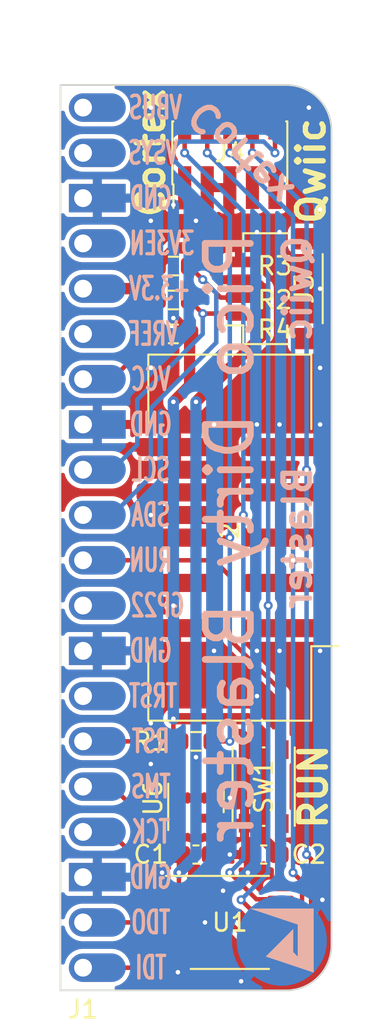
<source format=kicad_pcb>
(kicad_pcb (version 20221018) (generator pcbnew)
  (layers (0 "F.Cu" signal) (31 "B.Cu" signal) (34 "B.Paste" user) (35 "F.Paste" user) (36 "B.SilkS" user "B.Silkscreen") (37 "F.SilkS" user "F.Silkscreen") (38 "B.Mask" user) (39 "F.Mask" user) (44 "Edge.Cuts" user))
  (net 0 "")
  (net 1 "/RST")
  (net 2 "/TMS")
  (net 3 "/TCK")
  (net 4 "GND")
  (net 5 "/TDO")
  (net 6 "/TDI")
  (net 7 "/TRST")
  (net 10 "/GP22")
  (net 11 "/RUN")
  (net 12 "/SDA")
  (net 13 "/SCL")
  (net 14 "/GP28{slash}ADC2")
  (net 15 "/ADC_VREF")
  (net 16 "+3.3V")
  (net 17 "/3V3_EN")
  (net 18 "/VSYS")
  (net 19 "/VBUS")
  (net 20 "VCC")
  (net 22 "/VTCK")
  (net 23 "/VTDO")
  (net 24 "/VTMS")
  (net 25 "/VRST")
  (net 26 "/VTDI")
  (footprint "custom:Sidecar-20" (layer "F.Cu") (at 140.97 125.73 180)
    (fp_text reference "J1" (at 0 -2.33) (layer "F.SilkS"))
    (fp_text value "Conn_01x20")
    (pad "1" thru_hole oval (at 0 0 180) (size 3.2 1.6) (drill 1 (offset -0.8 0)) (layers "*.Cu" "*.Mask") (net 6 "/TDI"))
    (pad "2" thru_hole oval (at 0 2.54 180) (size 3.2 1.6) (drill 1 (offset -0.8 0)) (layers "*.Cu" "*.Mask") (net 5 "/TDO"))
    (pad "3" thru_hole rect (at 0 5.08 180) (size 3.2 1.6) (drill 1 (offset -0.8 0)) (layers "*.Cu" "*.Mask") (net 4 "GND"))
    (pad "4" thru_hole oval (at 0 7.62 180) (size 3.2 1.6) (drill 1 (offset -0.8 0)) (layers "*.Cu" "*.Mask") (net 3 "/TCK"))
    (pad "5" thru_hole oval (at 0 10.16 180) (size 3.2 1.6) (drill 1 (offset -0.8 0)) (layers "*.Cu" "*.Mask") (net 2 "/TMS"))
    (pad "6" thru_hole oval (at 0 12.7 180) (size 3.2 1.6) (drill 1 (offset -0.8 0)) (layers "*.Cu" "*.Mask") (net 1 "/RST"))
    (pad "7" thru_hole oval (at 0 15.24 180) (size 3.2 1.6) (drill 1 (offset -0.8 0)) (layers "*.Cu" "*.Mask") (net 7 "/TRST"))
    (pad "8" thru_hole rect (at 0 17.78 180) (size 3.2 1.6) (drill 1 (offset -0.8 0)) (layers "*.Cu" "*.Mask") (net 4 "GND"))
    (pad "9" thru_hole oval (at 0 20.32 180) (size 3.2 1.6) (drill 1 (offset -0.8 0)) (layers "*.Cu" "*.Mask") (net 10 "/GP22"))
    (pad "10" thru_hole oval (at 0 22.86 180) (size 3.2 1.6) (drill 1 (offset -0.8 0)) (layers "*.Cu" "*.Mask") (net 11 "/RUN"))
    (pad "11" thru_hole oval (at 0 25.4 180) (size 3.2 1.6) (drill 1 (offset -0.8 0)) (layers "*.Cu" "*.Mask") (net 12 "/SDA"))
    (pad "12" thru_hole oval (at 0 27.94 180) (size 3.2 1.6) (drill 1 (offset -0.8 0)) (layers "*.Cu" "*.Mask") (net 13 "/SCL"))
    (pad "13" thru_hole rect (at 0 30.48 180) (size 3.2 1.6) (drill 1 (offset -0.8 0)) (layers "*.Cu" "*.Mask") (net 4 "GND"))
    (pad "14" thru_hole oval (at 0 33.02 180) (size 3.2 1.6) (drill 1 (offset -0.8 0)) (layers "*.Cu" "*.Mask") (net 14 "/GP28{slash}ADC2"))
    (pad "15" thru_hole oval (at 0 35.56 180) (size 3.2 1.6) (drill 1 (offset -0.8 0)) (layers "*.Cu" "*.Mask") (net 15 "/ADC_VREF"))
    (pad "16" thru_hole oval (at 0 38.1 180) (size 3.2 1.6) (drill 1 (offset -0.8 0)) (layers "*.Cu" "*.Mask") (net 16 "+3.3V"))
    (pad "17" thru_hole oval (at 0 40.64 180) (size 3.2 1.6) (drill 1 (offset -0.8 0)) (layers "*.Cu" "*.Mask") (net 17 "/3V3_EN"))
    (pad "18" thru_hole rect (at 0 43.18 180) (size 3.2 1.6) (drill 1 (offset -0.8 0)) (layers "*.Cu" "*.Mask") (net 4 "GND"))
    (pad "19" thru_hole oval (at 0 45.72 180) (size 3.2 1.6) (drill 1 (offset -0.8 0)) (layers "*.Cu" "*.Mask") (net 18 "/VSYS"))
    (pad "20" thru_hole oval (at 0 48.26 180) (size 3.2 1.6) (drill 1 (offset -0.8 0)) (layers "*.Cu" "*.Mask") (net 19 "/VBUS"))
  )
  (footprint "Package_TO_SOT_SMD:SOT-23-6" (layer "F.Cu") (at 147.32 116.205 90)
    (fp_text reference "U6" (at 0 -2.413 270) (layer "F.SilkS"))
    (fp_text value "TS5A63157DBV")
    (fp_line (start 0 -1.56) (end -1.8 -1.56) (stroke (width 0.12)) (layer "F.SilkS"))
    (fp_line (start 0 -1.56) (end 0.8 -1.56) (stroke (width 0.12)) (layer "F.SilkS"))
    (fp_line (start 0 1.56) (end -0.8 1.56) (stroke (width 0.12)) (layer "F.SilkS"))
    (fp_line (start 0 1.56) (end 0.8 1.56) (stroke (width 0.12)) (layer "F.SilkS"))
    (pad "1" smd roundrect (at -1.1375 -0.95 90) (size 1.325 0.6) (layers "F.Cu" "F.Paste" "F.Mask"))
    (pad "2" smd roundrect (at -1.1375 0 90) (size 1.325 0.6) (layers "F.Cu" "F.Paste" "F.Mask") (net 4 "GND"))
    (pad "3" smd roundrect (at -1.1375 0.95 90) (size 1.325 0.6) (layers "F.Cu" "F.Paste" "F.Mask") (net 4 "GND"))
    (pad "4" smd roundrect (at 1.1375 0.95 90) (size 1.325 0.6) (layers "F.Cu" "F.Paste" "F.Mask") (net 25 "/VRST"))
    (pad "5" smd roundrect (at 1.1375 0 90) (size 1.325 0.6) (layers "F.Cu" "F.Paste" "F.Mask") (net 16 "+3.3V"))
    (pad "6" smd roundrect (at 1.1375 -0.95 90) (size 1.325 0.6) (layers "F.Cu" "F.Paste" "F.Mask") (net 1 "/RST"))
  )
  (footprint "Button_Switch_SMD:SW_Push_1P1T_NO_Vertical_Wuerth_434133025816" (layer "F.Cu") (at 151.13 115.57 -90)
    (fp_text reference "SW1" (at 0 0 90) (layer "F.SilkS"))
    (fp_text value "SW_Push")
    (fp_line (start -2.2 0.05) (end -2.2 -0.05) (stroke (width 0.12)) (layer "F.SilkS"))
    (fp_line (start -2.2 1.75) (end 2.2 1.75) (stroke (width 0.12)) (layer "F.SilkS"))
    (fp_line (start 2.2 -1.75) (end -2.2 -1.75) (stroke (width 0.12)) (layer "F.SilkS"))
    (fp_line (start 2.2 0.05) (end 2.2 -0.05) (stroke (width 0.12)) (layer "F.SilkS"))
    (pad "1" smd rect (at -2.075 -1.075 270) (size 1.05 0.65) (layers "F.Cu" "F.Paste" "F.Mask") (net 11 "/RUN"))
    (pad "1" smd rect (at 2.075 -1.075 270) (size 1.05 0.65) (layers "F.Cu" "F.Paste" "F.Mask") (net 11 "/RUN"))
    (pad "2" smd rect (at -2.075 1.075 270) (size 1.05 0.65) (layers "F.Cu" "F.Paste" "F.Mask") (net 4 "GND"))
    (pad "2" smd rect (at 2.05 1.075 270) (size 1.05 0.65) (layers "F.Cu" "F.Paste" "F.Mask") (net 4 "GND"))
  )
  (footprint "Resistor_SMD:R_0603_1608Metric_Pad0.98x0.95mm_HandSolder" (layer "F.Cu") (at 146.05 88.265)
    (fp_text reference "R2" (at 5.715 0) (layer "F.SilkS"))
    (fp_text value "10K")
    (fp_line (start -0.254724 -0.5225) (end 0.254724 -0.5225) (stroke (width 0.12)) (layer "F.SilkS"))
    (fp_line (start -0.254724 0.5225) (end 0.254724 0.5225) (stroke (width 0.12)) (layer "F.SilkS"))
    (pad "1" smd roundrect (at -0.9125 0) (size 0.975 0.95) (layers "F.Cu" "F.Paste" "F.Mask") (net 16 "+3.3V"))
    (pad "2" smd roundrect (at 0.9125 0) (size 0.975 0.95) (layers "F.Cu" "F.Paste" "F.Mask") (net 13 "/SCL"))
  )
  (footprint "Connector_PinHeader_1.27mm:PinHeader_2x05_P1.27mm_Vertical_SMD" (layer "F.Cu") (at 149.225 80.01 90)
    (fp_text reference "J4" (at 0 0 180) (layer "F.SilkS"))
    (fp_text value "Conn_02x05_Odd_Even")
    (fp_line (start -3.09 -3.17) (end -1.765 -3.17) (stroke (width 0.12)) (layer "F.SilkS"))
    (fp_line (start -1.765 -3.235) (end -1.765 -3.17) (stroke (width 0.12)) (layer "F.SilkS"))
    (fp_line (start -1.765 -3.235) (end 1.765 -3.235) (stroke (width 0.12)) (layer "F.SilkS"))
    (fp_line (start -1.765 3.17) (end -1.765 3.235) (stroke (width 0.12)) (layer "F.SilkS"))
    (fp_line (start -1.765 3.235) (end 1.765 3.235) (stroke (width 0.12)) (layer "F.SilkS"))
    (fp_line (start 1.765 -3.235) (end 1.765 -3.17) (stroke (width 0.12)) (layer "F.SilkS"))
    (fp_line (start 1.765 3.17) (end 1.765 3.235) (stroke (width 0.12)) (layer "F.SilkS"))
    (pad "1" smd rect (at -1.95 -2.54 90) (size 2.4 0.74) (layers "F.Cu" "F.Paste" "F.Mask") (net 20 "VCC"))
    (pad "2" smd rect (at 1.95 -2.54 90) (size 2.4 0.74) (layers "F.Cu" "F.Paste" "F.Mask") (net 24 "/VTMS"))
    (pad "3" smd rect (at -1.95 -1.27 90) (size 2.4 0.74) (layers "F.Cu" "F.Paste" "F.Mask") (net 4 "GND"))
    (pad "4" smd rect (at 1.95 -1.27 90) (size 2.4 0.74) (layers "F.Cu" "F.Paste" "F.Mask") (net 22 "/VTCK"))
    (pad "5" smd rect (at -1.95 0 90) (size 2.4 0.74) (layers "F.Cu" "F.Paste" "F.Mask") (net 4 "GND"))
    (pad "6" smd rect (at 1.95 0 90) (size 2.4 0.74) (layers "F.Cu" "F.Paste" "F.Mask") (net 23 "/VTDO"))
    (pad "7" smd rect (at -1.95 1.27 90) (size 2.4 0.74) (layers "F.Cu" "F.Paste" "F.Mask"))
    (pad "8" smd rect (at 1.95 1.27 90) (size 2.4 0.74) (layers "F.Cu" "F.Paste" "F.Mask") (net 26 "/VTDI"))
    (pad "9" smd rect (at -1.95 2.54 90) (size 2.4 0.74) (layers "F.Cu" "F.Paste" "F.Mask"))
    (pad "10" smd rect (at 1.95 2.54 90) (size 2.4 0.74) (layers "F.Cu" "F.Paste" "F.Mask") (net 25 "/VRST"))
  )
  (footprint "Resistor_SMD:R_0603_1608Metric_Pad0.98x0.95mm_HandSolder" (layer "F.Cu") (at 146.05 90.17)
    (fp_text reference "R4" (at 5.715 -0.254) (layer "F.SilkS"))
    (fp_text value "10K")
    (fp_line (start -0.254724 -0.5225) (end 0.254724 -0.5225) (stroke (width 0.12)) (layer "F.SilkS"))
    (fp_line (start -0.254724 0.5225) (end 0.254724 0.5225) (stroke (width 0.12)) (layer "F.SilkS"))
    (pad "1" smd roundrect (at -0.9125 0) (size 0.975 0.95) (layers "F.Cu" "F.Paste" "F.Mask") (net 14 "/GP28{slash}ADC2"))
    (pad "2" smd roundrect (at 0.9125 0) (size 0.975 0.95) (layers "F.Cu" "F.Paste" "F.Mask") (net 20 "VCC"))
  )
  (footprint "Resistor_SMD:R_0603_1608Metric_Pad0.98x0.95mm_HandSolder" (layer "F.Cu") (at 147.32 113.03)
    (fp_text reference "R1" (at -2.54 0) (layer "F.SilkS"))
    (fp_text value "10K")
    (fp_line (start -0.254724 -0.5225) (end 0.254724 -0.5225) (stroke (width 0.12)) (layer "F.SilkS"))
    (fp_line (start -0.254724 0.5225) (end 0.254724 0.5225) (stroke (width 0.12)) (layer "F.SilkS"))
    (pad "1" smd roundrect (at -0.9125 0) (size 0.975 0.95) (layers "F.Cu" "F.Paste" "F.Mask") (net 20 "VCC"))
    (pad "2" smd roundrect (at 0.9125 0) (size 0.975 0.95) (layers "F.Cu" "F.Paste" "F.Mask") (net 25 "/VRST"))
  )
  (footprint "Package_SO:TSSOP-14_4.4x5mm_P0.65mm" (layer "F.Cu") (at 149.225 123.19)
    (fp_text reference "U1" (at 0 0 180) (layer "F.SilkS"))
    (fp_text value "TXB0104PW")
    (fp_line (start 0 -2.61) (end -3.6 -2.61) (stroke (width 0.12)) (layer "F.SilkS"))
    (fp_line (start 0 -2.61) (end 2.2 -2.61) (stroke (width 0.12)) (layer "F.SilkS"))
    (fp_line (start 0 2.61) (end -2.2 2.61) (stroke (width 0.12)) (layer "F.SilkS"))
    (fp_line (start 0 2.61) (end 2.2 2.61) (stroke (width 0.12)) (layer "F.SilkS"))
    (pad "1" smd roundrect (at -2.8625 -1.95) (size 1.475 0.4) (layers "F.Cu" "F.Paste" "F.Mask") (net 16 "+3.3V"))
    (pad "2" smd roundrect (at -2.8625 -1.3) (size 1.475 0.4) (layers "F.Cu" "F.Paste" "F.Mask") (net 2 "/TMS"))
    (pad "3" smd roundrect (at -2.8625 -0.65) (size 1.475 0.4) (layers "F.Cu" "F.Paste" "F.Mask") (net 3 "/TCK"))
    (pad "4" smd roundrect (at -2.8625 0) (size 1.475 0.4) (layers "F.Cu" "F.Paste" "F.Mask") (net 5 "/TDO"))
    (pad "5" smd roundrect (at -2.8625 0.65) (size 1.475 0.4) (layers "F.Cu" "F.Paste" "F.Mask") (net 6 "/TDI"))
    (pad "6" smd roundrect (at -2.8625 1.3) (size 1.475 0.4) (layers "F.Cu" "F.Paste" "F.Mask"))
    (pad "7" smd roundrect (at -2.8625 1.95) (size 1.475 0.4) (layers "F.Cu" "F.Paste" "F.Mask") (net 4 "GND"))
    (pad "8" smd roundrect (at 2.8625 1.95) (size 1.475 0.4) (layers "F.Cu" "F.Paste" "F.Mask") (net 16 "+3.3V"))
    (pad "9" smd roundrect (at 2.8625 1.3) (size 1.475 0.4) (layers "F.Cu" "F.Paste" "F.Mask"))
    (pad "10" smd roundrect (at 2.8625 0.65) (size 1.475 0.4) (layers "F.Cu" "F.Paste" "F.Mask") (net 26 "/VTDI"))
    (pad "11" smd roundrect (at 2.8625 0) (size 1.475 0.4) (layers "F.Cu" "F.Paste" "F.Mask") (net 23 "/VTDO"))
    (pad "12" smd roundrect (at 2.8625 -0.65) (size 1.475 0.4) (layers "F.Cu" "F.Paste" "F.Mask") (net 22 "/VTCK"))
    (pad "13" smd roundrect (at 2.8625 -1.3) (size 1.475 0.4) (layers "F.Cu" "F.Paste" "F.Mask") (net 24 "/VTMS"))
    (pad "14" smd roundrect (at 2.8625 -1.95) (size 1.475 0.4) (layers "F.Cu" "F.Paste" "F.Mask") (net 20 "VCC"))
  )
  (footprint "Connector_JST:JST_SH_SM04B-SRSS-TB_1x04-1MP_P1.00mm_Horizontal" (layer "F.Cu") (at 151.765 87.63 90)
    (fp_text reference "J3" (at 0 1.651 90) (layer "F.SilkS"))
    (fp_text value "Conn_01x04")
    (fp_line (start -3.11 -1.785) (end -2.06 -1.785) (stroke (width 0.12)) (layer "F.SilkS"))
    (fp_line (start -3.11 0.715) (end -3.11 -1.785) (stroke (width 0.12)) (layer "F.SilkS"))
    (fp_line (start -2.06 -1.785) (end -2.06 -2.775) (stroke (width 0.12)) (layer "F.SilkS"))
    (fp_line (start -1.94 2.685) (end 1.94 2.685) (stroke (width 0.12)) (layer "F.SilkS"))
    (fp_line (start 3.11 -1.785) (end 2.06 -1.785) (stroke (width 0.12)) (layer "F.SilkS"))
    (fp_line (start 3.11 0.715) (end 3.11 -1.785) (stroke (width 0.12)) (layer "F.SilkS"))
    (pad "1" smd roundrect (at -1.5 -2 90) (size 0.6 1.55) (layers "F.Cu" "F.Paste" "F.Mask") (net 13 "/SCL"))
    (pad "2" smd roundrect (at -0.5 -2 90) (size 0.6 1.55) (layers "F.Cu" "F.Paste" "F.Mask") (net 12 "/SDA"))
    (pad "3" smd roundrect (at 0.5 -2 90) (size 0.6 1.55) (layers "F.Cu" "F.Paste" "F.Mask") (net 16 "+3.3V"))
    (pad "4" smd roundrect (at 1.5 -2 90) (size 0.6 1.55) (layers "F.Cu" "F.Paste" "F.Mask") (net 4 "GND"))
    (pad "MP" smd roundrect (at -2.8 1.875 90) (size 1.2 1.8) (layers "F.Cu" "F.Paste" "F.Mask") (roundrect_rratio 0.208333))
    (pad "MP" smd roundrect (at 2.8 1.875 90) (size 1.2 1.8) (layers "F.Cu" "F.Paste" "F.Mask") (roundrect_rratio 0.208333))
  )
  (footprint "Resistor_SMD:R_0603_1608Metric_Pad0.98x0.95mm_HandSolder" (layer "F.Cu") (at 146.05 86.36)
    (fp_text reference "R3" (at 5.715 0) (layer "F.SilkS"))
    (fp_text value "10K")
    (fp_line (start -0.254724 -0.5225) (end 0.254724 -0.5225) (stroke (width 0.12)) (layer "F.SilkS"))
    (fp_line (start -0.254724 0.5225) (end 0.254724 0.5225) (stroke (width 0.12)) (layer "F.SilkS"))
    (pad "1" smd roundrect (at -0.9125 0) (size 0.975 0.95) (layers "F.Cu" "F.Paste" "F.Mask") (net 16 "+3.3V"))
    (pad "2" smd roundrect (at 0.9125 0) (size 0.975 0.95) (layers "F.Cu" "F.Paste" "F.Mask") (net 12 "/SDA"))
  )
  (footprint "Capacitor_SMD:C_0603_1608Metric_Pad1.08x0.95mm_HandSolder" (layer "F.Cu") (at 147.32 119.38)
    (fp_text reference "C1" (at -2.54 0) (layer "F.SilkS"))
    (fp_text value "0.1uF")
    (fp_line (start -0.146267 -0.51) (end 0.146267 -0.51) (stroke (width 0.12)) (layer "F.SilkS"))
    (fp_line (start -0.146267 0.51) (end 0.146267 0.51) (stroke (width 0.12)) (layer "F.SilkS"))
    (pad "1" smd roundrect (at -0.8625 0) (size 1.075 0.95) (layers "F.Cu" "F.Paste" "F.Mask") (net 16 "+3.3V"))
    (pad "2" smd roundrect (at 0.8625 0) (size 1.075 0.95) (layers "F.Cu" "F.Paste" "F.Mask") (net 4 "GND"))
  )
  (footprint "custom:BHR-10-VSG-SMT_2x05_P2.54mm_Vertical_SMD" (layer "F.Cu") (at 149.225 101.6 180)
    (fp_text reference "J2" (at 0 0 90) (layer "F.SilkS"))
    (fp_text value "Conn_02x05_Odd_Even")
    (fp_line (start -4.585 -10.27) (end 4.585 -10.27) (stroke (width 0.12)) (layer "F.SilkS"))
    (fp_line (start -4.585 -6.09) (end -6.085 -6.09) (stroke (width 0.12)) (layer "F.SilkS"))
    (fp_line (start -4.585 -6.09) (end -4.585 -10.27) (stroke (width 0.12)) (layer "F.SilkS"))
    (fp_line (start -4.585 6.09) (end -4.585 10.27) (stroke (width 0.12)) (layer "F.SilkS"))
    (fp_line (start -4.585 10.27) (end 4.585 10.27) (stroke (width 0.12)) (layer "F.SilkS"))
    (fp_line (start 4.585 -10.27) (end 4.585 -6.09) (stroke (width 0.12)) (layer "F.SilkS"))
    (fp_line (start 4.585 10.27) (end 4.585 6.09) (stroke (width 0.12)) (layer "F.SilkS"))
    (pad "1" smd roundrect (at -3 -5.08 180) (size 4.5 1.02) (layers "F.Cu" "F.Paste" "F.Mask") (net 22 "/VTCK"))
    (pad "2" smd roundrect (at 3 -5.08 180) (size 4.5 1.02) (layers "F.Cu" "F.Paste" "F.Mask") (net 4 "GND"))
    (pad "3" smd roundrect (at -3 -2.54 180) (size 4.5 1.02) (layers "F.Cu" "F.Paste" "F.Mask") (net 23 "/VTDO"))
    (pad "4" smd roundrect (at 3 -2.54 180) (size 4.5 1.02) (layers "F.Cu" "F.Paste" "F.Mask") (net 20 "VCC"))
    (pad "5" smd roundrect (at -3 0 180) (size 4.5 1.02) (layers "F.Cu" "F.Paste" "F.Mask") (net 24 "/VTMS"))
    (pad "6" smd roundrect (at 3 0 180) (size 4.5 1.02) (layers "F.Cu" "F.Paste" "F.Mask") (net 25 "/VRST"))
    (pad "7" smd roundrect (at -3 2.54 180) (size 4.5 1.02) (layers "F.Cu" "F.Paste" "F.Mask"))
    (pad "8" smd roundrect (at 3 2.54 180) (size 4.5 1.02) (layers "F.Cu" "F.Paste" "F.Mask"))
    (pad "9" smd roundrect (at -3 5.08 180) (size 4.5 1.02) (layers "F.Cu" "F.Paste" "F.Mask") (net 26 "/VTDI"))
    (pad "10" smd roundrect (at 3 5.08 180) (size 4.5 1.02) (layers "F.Cu" "F.Paste" "F.Mask") (net 4 "GND"))
  )
  (footprint "Capacitor_SMD:C_0603_1608Metric_Pad1.08x0.95mm_HandSolder" (layer "F.Cu") (at 151.13 119.38 180)
    (fp_text reference "C2" (at -2.54 0) (layer "F.SilkS"))
    (fp_text value "0.1uF")
    (fp_line (start -0.146267 -0.51) (end 0.146267 -0.51) (stroke (width 0.12)) (layer "F.SilkS"))
    (fp_line (start -0.146267 0.51) (end 0.146267 0.51) (stroke (width 0.12)) (layer "F.SilkS"))
    (pad "1" smd roundrect (at -0.8625 0 180) (size 1.075 0.95) (layers "F.Cu" "F.Paste" "F.Mask") (net 20 "VCC"))
    (pad "2" smd roundrect (at 0.8625 0 180) (size 1.075 0.95) (layers "F.Cu" "F.Paste" "F.Mask") (net 4 "GND"))
  )
  (footprint "custom:gs_logo_200mil" (layer "B.Cu") (at 152.146 124.206 -135)
    (fp_text reference "GS1" hide)
    (fp_text value "GS_logo")
    (fp_poly (pts (xy -1.27 0) (xy 0 -1.27) (xy 0 -0.9144) (xy -0.9144 0) (xy 1.27 0) (xy 0 -2.54) (xy -2.54 0) (xy 0 2.54)) (stroke (width 0.00254)) (fill solid) (layer "B.SilkS"))
    (pad "1" smd custom (at 0 0 225) (size 5.08 5.08) (layers "B.Cu") (net 4 "GND") (options (clearance outline) (anchor circle)) (primitives))
  )
  (gr_line (start 152.4 76.2) (end 139.7 76.2) (stroke (width 0.1)) (layer "Edge.Cuts"))
  (gr_line (start 139.7 127) (end 152.4 127) (stroke (width 0.1)) (layer "Edge.Cuts"))
  (gr_arc (start 154.94 124.46) (mid 154.196051 126.256051) (end 152.4 127) (stroke (width 0.1)) (layer "Edge.Cuts"))
  (gr_line (start 154.94 78.74) (end 154.94 124.46) (stroke (width 0.1)) (layer "Edge.Cuts"))
  (gr_line (start 139.7 76.2) (end 139.7 127) (stroke (width 0.1)) (layer "Edge.Cuts"))
  (gr_arc (start 152.4 76.2) (mid 154.196051 76.943949) (end 154.94 78.74) (stroke (width 0.1)) (layer "Edge.Cuts"))
  (gr_text "GND" (at 144.78 82.55) (layer "B.SilkS") (effects (font (size 1.27 0.762) (thickness 0.1905) bold) (justify mirror)))
  (gr_text "GP22" (at 145.161 105.41) (layer "B.SilkS") (effects (font (size 1.27 0.762) (thickness 0.1905) bold) (justify mirror)))
  (gr_text "VSYS" (at 144.907 80.01) (layer "B.SilkS") (effects (font (size 1.27 0.762) (thickness 0.1905) bold) (justify mirror)))
  (gr_text "GND" (at 144.78 120.65) (layer "B.SilkS") (effects (font (size 1.27 0.762) (thickness 0.1905) bold) (justify mirror)))
  (gr_text "3V3EN" (at 145.415 85.09) (layer "B.SilkS") (effects (font (size 1.27 0.762) (thickness 0.1905) bold) (justify mirror)))
  (gr_text "TMS" (at 144.78 115.57) (layer "B.SilkS") (effects (font (size 1.27 0.762) (thickness 0.1905) bold) (justify mirror)))
  (gr_text "Pico Dirty Blaster" (at 149.225 101.6 90) (layer "B.SilkS") (effects (font (size 2.54 2.54) (thickness 0.381)) (justify mirror)))
  (gr_text "VREF" (at 144.907 90.17) (layer "B.SilkS") (effects (font (size 1.27 0.762) (thickness 0.1905) bold) (justify mirror)))
  (gr_text "TDI" (at 144.78 125.73) (layer "B.SilkS") (effects (font (size 1.27 0.762) (thickness 0.1905) bold) (justify mirror)))
  (gr_text "GND" (at 144.78 107.95) (layer "B.SilkS") (effects (font (size 1.27 0.762) (thickness 0.1905) bold) (justify mirror)))
  (gr_text "SDA" (at 144.78 100.33) (layer "B.SilkS") (effects (font (size 1.27 0.762) (thickness 0.1905) bold) (justify mirror)))
  (gr_text "TRST" (at 144.907 110.49) (layer "B.SilkS") (effects (font (size 1.27 0.762) (thickness 0.1905) bold) (justify mirror)))
  (gr_text "VCC" (at 144.78 92.71) (layer "B.SilkS") (effects (font (size 1.27 0.762) (thickness 0.1905) bold) (justify mirror)))
  (gr_text "VBUS" (at 145.034 77.47) (layer "B.SilkS") (effects (font (size 1.27 0.762) (thickness 0.1905) bold) (justify mirror)))
  (gr_text "+3.3V" (at 145.288 87.63) (layer "B.SilkS") (effects (font (size 1.27 0.762) (thickness 0.1905) bold) (justify mirror)))
  (gr_text "TDO" (at 144.78 123.19) (layer "B.SilkS") (effects (font (size 1.27 0.762) (thickness 0.1905) bold) (justify mirror)))
  (gr_text "Cortex" (at 149.86 80.01 135) (layer "B.SilkS") (effects (font (size 1.5 1.5) (thickness 0.3) bold) (justify mirror)))
  (gr_text "Qwiic" (at 153.035 87.63 90) (layer "B.SilkS") (effects (font (size 1.5 1.5) (thickness 0.3) bold) (justify mirror)))
  (gr_text "Blaster" (at 153.035 101.6 90) (layer "B.SilkS") (effects (font (size 1.5 1.5) (thickness 0.3) bold) (justify mirror)))
  (gr_text "RUN" (at 144.78 102.87) (layer "B.SilkS") (effects (font (size 1.27 0.762) (thickness 0.1905) bold) (justify mirror)))
  (gr_text "GND" (at 144.78 95.25) (layer "B.SilkS") (effects (font (size 1.27 0.762) (thickness 0.1905) bold) (justify mirror)))
  (gr_text "SCL" (at 144.78 97.79) (layer "B.SilkS") (effects (font (size 1.27 0.762) (thickness 0.1905) bold) (justify mirror)))
  (gr_text "RST" (at 144.78 113.03) (layer "B.SilkS") (effects (font (size 1.27 0.762) (thickness 0.1905) bold) (justify mirror)))
  (gr_text "TCK" (at 144.78 118.11) (layer "B.SilkS") (effects (font (size 1.27 0.762) (thickness 0.1905) bold) (justify mirror)))
  (gr_text "RUN" (at 153.924 115.57 90) (layer "F.SilkS") (effects (font (size 1.5 1.5) (thickness 0.3) bold)))
  (gr_text "Cortex" (at 144.78 80.01 90) (layer "F.SilkS") (effects (font (size 1.5 1.5) (thickness 0.3) bold)))
  (gr_text "Qwiic" (at 153.797 81.026 90) (layer "F.SilkS") (effects (font (size 1.5 1.5) (thickness 0.3) bold)))
  (segment (start 144.653 113.03) (end 146.37 114.747) (width 0.25) (layer "F.Cu") (net 1))
  (segment (start 140.97 113.03) (end 144.653 113.03) (width 0.25) (layer "F.Cu") (net 1))
  (segment (start 146.37 114.747) (end 146.37 115.0675) (width 0.25) (layer "F.Cu") (net 1))
  (segment (start 144.78 117.729) (end 142.621 115.57) (width 0.254) (layer "F.Cu") (net 2))
  (segment (start 144.78 121.2215) (end 144.78 117.729) (width 0.254) (layer "F.Cu") (net 2))
  (segment (start 142.621 115.57) (end 140.97 115.57) (width 0.254) (layer "F.Cu") (net 2))
  (segment (start 146.3625 121.89) (end 145.4485 121.89) (width 0.254) (layer "F.Cu") (net 2))
  (segment (start 145.4485 121.89) (end 144.78 121.2215) (width 0.254) (layer "F.Cu") (net 2))
  (segment (start 146.3625 122.54) (end 145.273 122.54) (width 0.254) (layer "F.Cu") (net 3))
  (segment (start 144.145 121.412) (end 144.145 119.761) (width 0.254) (layer "F.Cu") (net 3))
  (segment (start 145.273 122.54) (end 144.145 121.412) (width 0.254) (layer "F.Cu") (net 3))
  (segment (start 142.494 118.11) (end 140.97 118.11) (width 0.254) (layer "F.Cu") (net 3))
  (segment (start 144.145 119.761) (end 142.494 118.11) (width 0.254) (layer "F.Cu") (net 3))
  (segment (start 146.05 107.95) (end 146.225 107.775) (width 0.25) (layer "F.Cu") (net 4))
  (segment (start 142.494 95.25) (end 146.05 95.25) (width 0.25) (layer "F.Cu") (net 4))
  (segment (start 146.225 107.775) (end 146.225 106.68) (width 0.25) (layer "F.Cu") (net 4))
  (segment (start 150.055 119.1675) (end 150.2675 119.38) (width 0.25) (layer "F.Cu") (net 4))
  (segment (start 147.32 117.3425) (end 148.27 117.3425) (width 0.25) (layer "F.Cu") (net 4))
  (segment (start 149.225 119.38) (end 150.2675 119.38) (width 0.254) (layer "F.Cu") (net 4))
  (segment (start 146.05 95.25) (end 146.225 95.425) (width 0.25) (layer "F.Cu") (net 4))
  (segment (start 146.225 95.425) (end 146.225 96.52) (width 0.25) (layer "F.Cu") (net 4))
  (segment (start 140.97 95.25) (end 142.494 95.25) (width 0.25) (layer "F.Cu") (net 4))
  (segment (start 149.225 119.38) (end 148.1825 119.38) (width 0.254) (layer "F.Cu") (net 4))
  (segment (start 148.27 117.3425) (end 148.27 119.2925) (width 0.25) (layer "F.Cu") (net 4))
  (segment (start 150.055 117.62) (end 150.055 119.1675) (width 0.25) (layer "F.Cu") (net 4))
  (segment (start 148.27 119.2925) (end 148.1825 119.38) (width 0.25) (layer "F.Cu") (net 4))
  (segment (start 142.494 95.25) (end 144.399 95.25) (width 0.25) (layer "F.Cu") (net 4))
  (segment (start 145.034 125.349) (end 145.243 125.14) (width 0.25) (layer "F.Cu") (net 4))
  (segment (start 145.243 125.14) (end 146.3625 125.14) (width 0.25) (layer "F.Cu") (net 4))
  (segment (start 147.955 81.96) (end 149.225 81.96) (width 0.25) (layer "F.Cu") (net 4))
  (segment (start 150.055 113.495) (end 150.055 117.62) (width 0.25) (layer "F.Cu") (net 4))
  (segment (start 140.97 107.95) (end 146.05 107.95) (width 0.25) (layer "F.Cu") (net 4))
  (via (at 150.749 84.455) (size 0.508) (drill 0.254) (layers "F.Cu" "B.Cu") (net 4))
  (via (at 144.78 112.014) (size 0.508) (drill 0.254) (layers "F.Cu" "B.Cu") (net 4))
  (via (at 146.304 125.984) (size 0.508) (drill 0.254) (layers "F.Cu" "B.Cu") (net 4))
  (via (at 152.019 107.95) (size 0.508) (drill 0.254) (layers "F.Cu" "B.Cu") (net 4))
  (via (at 154.305 107.95) (size 0.508) (drill 0.254) (layers "F.Cu" "B.Cu") (net 4))
  (via (at 145.415 120.396) (size 0.508) (drill 0.254) (layers "F.Cu" "B.Cu") (net 4))
  (via (at 152.019 95.25) (size 0.508) (drill 0.254) (layers "F.Cu" "B.Cu") (net 4))
  (via (at 144.78 92.075) (size 0.508) (drill 0.254) (layers "F.Cu" "B.Cu") (net 4))
  (via (at 148.844 121.412) (size 0.508) (drill 0.254) (layers "F.Cu" "B.Cu") (net 4))
  (via (at 150.749 107.95) (size 0.508) (drill 0.254) (layers "F.Cu" "B.Cu") (net 4))
  (via (at 150.749 95.25) (size 0.508) (drill 0.254) (layers "F.Cu" "B.Cu") (net 4))
  (via (at 154.432 121.92) (size 0.508) (drill 0.254) (layers "F.Cu" "B.Cu") (net 4))
  (via (at 147.32 83.82) (size 0.508) (drill 0.254) (layers "F.Cu" "B.Cu") (net 4))
  (via (at 154.305 83.185) (size 0.508) (drill 0.254) (layers "F.Cu" "B.Cu") (net 4))
  (via (at 148.336 107.95) (size 0.508) (drill 0.254) (layers "F.Cu" "B.Cu") (net 4))
  (via (at 144.78 100.33) (size 0.508) (drill 0.254) (layers "F.Cu" "B.Cu") (net 4))
  (via (at 144.78 83.82) (size 0.508) (drill 0.254) (layers "F.Cu" "B.Cu") (net 4))
  (via (at 144.78 114.3) (size 0.508) (drill 0.254) (layers "F.Cu" "B.Cu") (net 4))
  (via (at 150.241 120.396) (size 0.508) (drill 0.254) (layers "F.Cu" "B.Cu") (net 4))
  (via (at 148.336 95.25) (size 0.508) (drill 0.254) (layers "F.Cu" "B.Cu") (net 4))
  (via (at 153.67 77.47) (size 0.508) (drill 0.254) (layers "F.Cu" "B.Cu") (net 4))
  (via (at 149.225 119.38) (size 0.508) (drill 0.254) (layers "F.Cu" "B.Cu") (net 4))
  (via (at 149.86 126.492) (size 0.508) (drill 0.254) (layers "F.Cu" "B.Cu") (net 4))
  (via (at 149.225 116.205) (size 0.508) (drill 0.254) (layers "F.Cu" "B.Cu") (net 4))
  (via (at 154.305 95.25) (size 0.508) (drill 0.254) (layers "F.Cu" "B.Cu") (net 4))
  (via (at 144.78 77.47) (size 0.508) (drill 0.254) (layers "F.Cu" "B.Cu") (net 4))
  (via (at 154.305 87.63) (size 0.508) (drill 0.254) (layers "F.Cu" "B.Cu") (net 4))
  (via (at 150.749 110.49) (size 0.508) (drill 0.254) (layers "F.Cu" "B.Cu") (net 4))
  (via (at 154.305 92.075) (size 0.508) (drill 0.254) (layers "F.Cu" "B.Cu") (net 4))
  (via (at 152.019 84.455) (size 0.508) (drill 0.254) (layers "F.Cu" "B.Cu") (net 4))
  (via (at 147.828 123.19) (size 0.508) (drill 0.254) (layers "F.Cu" "B.Cu") (net 4))
  (segment (start 147.066 121.539) (end 149.225 119.38) (width 0.25) (layer "B.Cu") (net 4))
  (segment (start 145.288 121.539) (end 147.066 121.539) (width 0.25) (layer "B.Cu") (net 4))
  (segment (start 152.146 124.206) (end 149.86 126.492) (width 0.635) (layer "B.Cu") (net 4))
  (segment (start 154.432 121.92) (end 152.146 124.206) (width 0.635) (layer "B.Cu") (net 4))
  (segment (start 149.86 126.492) (end 148.336 126.492) (width 0.635) (layer "B.Cu") (net 4))
  (segment (start 144.399 120.65) (end 140.97 120.65) (width 0.25) (layer "B.Cu") (net 4))
  (segment (start 154.432 121.92) (end 154.432 120.523) (width 0.635) (layer "B.Cu") (net 4))
  (segment (start 145.288 121.539) (end 144.399 120.65) (width 0.25) (layer "B.Cu") (net 4))
  (segment (start 146.3625 123.19) (end 141.859 123.19) (width 0.254) (layer "F.Cu") (net 5))
  (segment (start 143.637 125.73) (end 145.527 123.84) (width 0.254) (layer "F.Cu") (net 6))
  (segment (start 145.527 123.84) (end 146.3625 123.84) (width 0.254) (layer "F.Cu") (net 6))
  (segment (start 143.637 125.73) (end 140.97 125.73) (width 0.254) (layer "F.Cu") (net 6))
  (segment (start 149.225 107.315) (end 152.205 110.295) (width 0.25) (layer "F.Cu") (net 11))
  (segment (start 152.205 110.295) (end 152.205 113.495) (width 0.25) (layer "F.Cu") (net 11))
  (segment (start 149.225 103.759) (end 149.225 107.315) (width 0.25) (layer "F.Cu") (net 11))
  (segment (start 140.97 102.87) (end 148.336 102.87) (width 0.25) (layer "F.Cu") (net 11))
  (segment (start 148.336 102.87) (end 149.225 103.759) (width 0.25) (layer "F.Cu") (net 11))
  (segment (start 152.205 113.495) (end 152.205 117.645) (width 0.25) (layer "F.Cu") (net 11))
  (segment (start 147.701 87.122) (end 148.709 88.13) (width 0.254) (layer "F.Cu") (net 12))
  (segment (start 146.9625 86.36) (end 146.9625 86.3835) (width 0.254) (layer "F.Cu") (net 12))
  (segment (start 146.9625 86.3835) (end 147.701 87.122) (width 0.254) (layer "F.Cu") (net 12))
  (segment (start 148.709 88.13) (end 149.765 88.13) (width 0.254) (layer "F.Cu") (net 12))
  (via (at 147.701 87.122) (size 0.508) (drill 0.254) (layers "F.Cu" "B.Cu") (net 12))
  (segment (start 148.463 90.655539) (end 144.78 94.338539) (width 0.254) (layer "B.Cu") (net 12))
  (segment (start 140.97 100.33) (end 142.621 100.33) (width 0.25) (layer "B.Cu") (net 12))
  (segment (start 148.463 87.884) (end 148.463 90.655539) (width 0.254) (layer "B.Cu") (net 12))
  (segment (start 144.78 98.171) (end 144.78 94.615) (width 0.25) (layer "B.Cu") (net 12))
  (segment (start 142.621 100.33) (end 144.78 98.171) (width 0.25) (layer "B.Cu") (net 12))
  (segment (start 144.78 94.338539) (end 144.78 94.615) (width 0.254) (layer "B.Cu") (net 12))
  (segment (start 147.701 87.122) (end 148.463 87.884) (width 0.254) (layer "B.Cu") (net 12))
  (segment (start 146.9625 88.265) (end 146.9625 88.2885) (width 0.254) (layer "F.Cu") (net 13))
  (segment (start 146.9625 88.2885) (end 147.701 89.027) (width 0.254) (layer "F.Cu") (net 13))
  (segment (start 149.662 89.027) (end 149.765 89.13) (width 0.254) (layer "F.Cu") (net 13))
  (segment (start 147.701 89.027) (end 149.662 89.027) (width 0.254) (layer "F.Cu") (net 13))
  (via (at 147.701 89.027) (size 0.508) (drill 0.254) (layers "F.Cu" "B.Cu") (net 13))
  (segment (start 147.701 90.17) (end 147.701 89.027) (width 0.25) (layer "B.Cu") (net 13))
  (segment (start 144.018 96.393) (end 144.018 93.853) (width 0.25) (layer "B.Cu") (net 13))
  (segment (start 140.97 97.79) (end 142.621 97.79) (width 0.25) (layer "B.Cu") (net 13))
  (segment (start 144.018 93.853) (end 147.701 90.17) (width 0.25) (layer "B.Cu") (net 13))
  (segment (start 142.621 97.79) (end 144.018 96.393) (width 0.25) (layer "B.Cu") (net 13))
  (segment (start 140.97 92.71) (end 142.5975 92.71) (width 0.254) (layer "F.Cu") (net 14))
  (segment (start 142.5975 92.71) (end 145.1375 90.17) (width 0.254) (layer "F.Cu") (net 14))
  (segment (start 151.175 125.14) (end 147.275 121.24) (width 0.254) (layer "F.Cu") (net 16))
  (segment (start 144.5025 87.63) (end 145.1375 88.265) (width 0.635) (layer "F.Cu") (net 16))
  (segment (start 151.13 90.17) (end 151.13 87.63) (width 0.635) (layer "F.Cu") (net 16))
  (segment (start 152.0875 125.14) (end 151.175 125.14) (width 0.254) (layer "F.Cu") (net 16))
  (segment (start 147.574 85.344) (end 146.1535 85.344) (width 0.635) (layer "F.Cu") (net 16))
  (segment (start 146.3625 119.475) (end 146.4575 119.38) (width 0.254) (layer "F.Cu") (net 16))
  (segment (start 146.3625 121.24) (end 146.3625 120.396) (width 0.254) (layer "F.Cu") (net 16))
  (segment (start 151.13 87.63) (end 150.63 87.13) (width 0.508) (layer "F.Cu") (net 16))
  (segment (start 146.1535 85.344) (end 145.1375 86.36) (width 0.635) (layer "F.Cu") (net 16))
  (segment (start 140.97 87.63) (end 143.8675 87.63) (width 0.635) (layer "F.Cu") (net 16))
  (segment (start 150.63 87.13) (end 149.765 87.13) (width 0.508) (layer "F.Cu") (net 16))
  (segment (start 147.32 93.98) (end 151.13 90.17) (width 0.635) (layer "F.Cu") (net 16))
  (segment (start 140.97 87.63) (end 144.5025 87.63) (width 0.635) (layer "F.Cu") (net 16))
  (segment (start 148.725 87.13) (end 148.336 86.741) (width 0.508) (layer "F.Cu") (net 16))
  (segment (start 147.275 121.24) (end 146.3625 121.24) (width 0.254) (layer "F.Cu") (net 16))
  (segment (start 149.765 87.13) (end 148.725 87.13) (width 0.508) (layer "F.Cu") (net 16))
  (segment (start 147.32 113.919) (end 147.32 115.0675) (width 0.25) (layer "F.Cu") (net 16))
  (segment (start 146.3625 120.396) (end 146.3625 119.475) (width 0.254) (layer "F.Cu") (net 16))
  (segment (start 148.336 86.106) (end 147.574 85.344) (width 0.635) (layer "F.Cu") (net 16))
  (segment (start 148.336 86.741) (end 148.336 86.106) (width 0.508) (layer "F.Cu") (net 16))
  (segment (start 143.8675 87.63) (end 145.1375 86.36) (width 0.635) (layer "F.Cu") (net 16))
  (via (at 147.32 93.98) (size 0.508) (drill 0.254) (layers "F.Cu" "B.Cu") (net 16))
  (via (at 147.32 113.919) (size 0.508) (drill 0.254) (layers "F.Cu" "B.Cu") (net 16))
  (via (at 146.3625 120.396) (size 0.508) (drill 0.254) (layers "F.Cu" "B.Cu") (net 16))
  (segment (start 147.32 93.98) (end 147.32 113.919) (width 0.635) (layer "B.Cu") (net 16))
  (segment (start 147.32 113.919) (end 147.32 119.4385) (width 0.635) (layer "B.Cu") (net 16))
  (segment (start 147.32 119.4385) (end 146.3625 120.396) (width 0.635) (layer "B.Cu") (net 16))
  (segment (start 150.241 111.76) (end 146.05 111.76) (width 0.635) (layer "F.Cu") (net 20))
  (segment (start 151.13 118.5175) (end 151.13 112.649) (width 0.635) (layer "F.Cu") (net 20))
  (segment (start 146.9625 90.17) (end 146.939 90.17) (width 0.635) (layer "F.Cu") (net 20))
  (segment (start 151.9925 119.38) (end 151.13 118.5175) (width 0.635) (layer "F.Cu") (net 20))
  (segment (start 146.05 82.931) (end 146.685 82.931) (width 0.508) (layer "F.Cu") (net 20))
  (segment (start 152.0875 121.24) (end 152.0875 119.475) (width 0.254) (layer "F.Cu") (net 20))
  (segment (start 146.05 105.41) (end 146.05 104.315) (width 0.25) (layer "F.Cu") (net 20))
  (segment (start 146.685 82.931) (end 146.685 81.96) (width 0.508) (layer "F.Cu") (net 20))
  (segment (start 146.05 112.6725) (end 146.4075 113.03) (width 0.254) (layer "F.Cu") (net 20))
  (segment (start 146.05 111.76) (end 146.05 112.6725) (width 0.254) (layer "F.Cu") (net 20))
  (segment (start 151.13 112.649) (end 150.241 111.76) (width 0.635) (layer "F.Cu") (net 20))
  (segment (start 146.939 90.17) (end 146.05 89.281) (width 0.635) (layer "F.Cu") (net 20))
  (segment (start 146.05 104.315) (end 146.225 104.14) (width 0.25) (layer "F.Cu") (net 20))
  (segment (start 146.05 93.98) (end 146.9625 93.0675) (width 0.635) (layer "F.Cu") (net 20))
  (segment (start 152.0875 119.475) (end 151.9925 119.38) (width 0.254) (layer "F.Cu") (net 20))
  (segment (start 146.9625 93.0675) (end 146.9625 90.17) (width 0.635) (layer "F.Cu") (net 20))
  (via (at 146.05 82.931) (size 0.508) (drill 0.254) (layers "F.Cu" "B.Cu") (net 20))
  (via (at 146.05 93.98) (size 0.508) (drill 0.254) (layers "F.Cu" "B.Cu") (net 20))
  (via (at 146.05 111.76) (size 0.508) (drill 0.254) (layers "F.Cu" "B.Cu") (net 20))
  (via (at 146.05 105.41) (size 0.508) (drill 0.254) (layers "F.Cu" "B.Cu") (net 20))
  (via (at 146.05 89.281) (size 0.508) (drill 0.254) (layers "F.Cu" "B.Cu") (net 20))
  (segment (start 146.05 111.76) (end 146.05 105.41) (width 0.635) (layer "B.Cu") (net 20))
  (segment (start 146.05 93.98) (end 146.05 105.41) (width 0.635) (layer "B.Cu") (net 20))
  (segment (start 146.05 82.931) (end 146.05 89.281) (width 0.635) (layer "B.Cu") (net 20))
  (segment (start 150.48 122.54) (end 152.0875 122.54) (width 0.25) (layer "F.Cu") (net 22))
  (segment (start 151.384 105.41) (end 151.384 106.68) (width 0.25) (layer "F.Cu") (net 22))
  (segment (start 147.955 78.06) (end 147.955 80.01) (width 0.25) (layer "F.Cu") (net 22))
  (segment (start 151.384 106.68) (end 152.225 106.68) (width 0.25) (layer "F.Cu") (net 22))
  (segment (start 149.86 121.92) (end 150.48 122.54) (width 0.25) (layer "F.Cu") (net 22))
  (via (at 151.384 105.41) (size 0.508) (drill 0.254) (layers "F.Cu" "B.Cu") (net 22))
  (via (at 147.955 80.01) (size 0.508) (drill 0.254) (layers "F.Cu" "B.Cu") (net 22))
  (via (at 149.86 121.92) (size 0.508) (drill 0.254) (layers "F.Cu" "B.Cu") (net 22))
  (segment (start 151.384 120.396) (end 149.86 121.92) (width 0.25) (layer "B.Cu") (net 22))
  (segment (start 151.384 105.41) (end 151.384 83.439) (width 0.25) (layer "B.Cu") (net 22))
  (segment (start 151.384 83.439) (end 147.955 80.01) (width 0.25) (layer "B.Cu") (net 22))
  (segment (start 151.384 105.41) (end 151.384 120.396) (width 0.25) (layer "B.Cu") (net 22))
  (segment (start 153.289 122.936) (end 153.035 123.19) (width 0.25) (layer "F.Cu") (net 23))
  (segment (start 149.225 78.06) (end 149.225 80.01) (width 0.25) (layer "F.Cu") (net 23))
  (segment (start 152.781 120.396) (end 153.289 120.904) (width 0.25) (layer "F.Cu") (net 23))
  (segment (start 153.035 123.19) (end 152.0875 123.19) (width 0.25) (layer "F.Cu") (net 23))
  (segment (start 152.781 102.87) (end 152.781 104.14) (width 0.25) (layer "F.Cu") (net 23))
  (segment (start 153.289 120.904) (end 153.289 122.936) (width 0.25) (layer "F.Cu") (net 23))
  (segment (start 152.781 104.14) (end 152.225 104.14) (width 0.25) (layer "F.Cu") (net 23))
  (via (at 149.225 80.01) (size 0.508) (drill 0.254) (layers "F.Cu" "B.Cu") (net 23))
  (via (at 152.781 120.396) (size 0.508) (drill 0.254) (layers "F.Cu" "B.Cu") (net 23))
  (via (at 152.781 102.87) (size 0.508) (drill 0.254) (layers "F.Cu" "B.Cu") (net 23))
  (segment (start 152.781 83.566) (end 149.225 80.01) (width 0.25) (layer "B.Cu") (net 23))
  (segment (start 152.781 102.87) (end 152.781 83.566) (width 0.25) (layer "B.Cu") (net 23))
  (segment (start 152.781 102.87) (end 152.781 120.396) (width 0.25) (layer "B.Cu") (net 23))
  (segment (start 146.685 78.06) (end 146.685 80.01) (width 0.25) (layer "F.Cu") (net 24))
  (segment (start 150.719 121.89) (end 152.0875 121.89) (width 0.25) (layer "F.Cu") (net 24))
  (segment (start 149.225 120.396) (end 150.719 121.89) (width 0.25) (layer "F.Cu") (net 24))
  (segment (start 149.987 100.33) (end 149.987 101.092) (width 0.25) (layer "F.Cu") (net 24))
  (segment (start 150.495 101.6) (end 152.225 101.6) (width 0.25) (layer "F.Cu") (net 24))
  (segment (start 149.987 101.092) (end 150.495 101.6) (width 0.25) (layer "F.Cu") (net 24))
  (via (at 146.685 80.01) (size 0.508) (drill 0.254) (layers "F.Cu" "B.Cu") (net 24))
  (via (at 149.225 120.396) (size 0.508) (drill 0.254) (layers "F.Cu" "B.Cu") (net 24))
  (via (at 149.987 100.33) (size 0.508) (drill 0.254) (layers "F.Cu" "B.Cu") (net 24))
  (segment (start 149.987 119.634) (end 149.225 120.396) (width 0.25) (layer "B.Cu") (net 24))
  (segment (start 149.987 83.312) (end 146.685 80.01) (width 0.25) (layer "B.Cu") (net 24))
  (segment (start 149.987 100.33) (end 149.987 83.312) (width 0.25) (layer "B.Cu") (net 24))
  (segment (start 149.987 100.33) (end 149.987 119.634) (width 0.25) (layer "B.Cu") (net 24))
  (segment (start 149.225 101.6) (end 146.225 101.6) (width 0.25) (layer "F.Cu") (net 25))
  (segment (start 148.27 115.0675) (end 148.27 113.0675) (width 0.25) (layer "F.Cu") (net 25))
  (segment (start 148.27 113.0675) (end 148.2325 113.03) (width 0.25) (layer "F.Cu") (net 25))
  (segment (start 151.765 78.06) (end 151.765 80.01) (width 0.25) (layer "F.Cu") (net 25))
  (segment (start 149.225 113.03) (end 148.2325 113.03) (width 0.25) (layer "F.Cu") (net 25))
  (via (at 151.765 80.01) (size 0.508) (drill 0.254) (layers "F.Cu" "B.Cu") (net 25))
  (via (at 149.225 101.6) (size 0.508) (drill 0.254) (layers "F.Cu" "B.Cu") (net 25))
  (via (at 149.225 113.03) (size 0.508) (drill 0.254) (layers "F.Cu" "B.Cu") (net 25))
  (segment (start 146.05 80.391) (end 149.225 83.566) (width 0.25) (layer "B.Cu") (net 25))
  (segment (start 146.05 79.727585) (end 146.05 80.391) (width 0.25) (layer "B.Cu") (net 25))
  (segment (start 151.13 79.375) (end 146.402585 79.375) (width 0.25) (layer "B.Cu") (net 25))
  (segment (start 149.225 83.566) (end 149.225 101.6) (width 0.25) (layer "B.Cu") (net 25))
  (segment (start 151.765 80.01) (end 151.13 79.375) (width 0.25) (layer "B.Cu") (net 25))
  (segment (start 149.225 101.6) (end 149.225 113.03) (width 0.25) (layer "B.Cu") (net 25))
  (segment (start 146.402585 79.375) (end 146.05 79.727585) (width 0.25) (layer "B.Cu") (net 25))
  (segment (start 153.543 97.79) (end 153.543 96.774) (width 0.25) (layer "F.Cu") (net 26))
  (segment (start 153.289 96.52) (end 152.225 96.52) (width 0.25) (layer "F.Cu") (net 26))
  (segment (start 152.0875 123.84) (end 153.274 123.84) (width 0.25) (layer "F.Cu") (net 26))
  (segment (start 150.495 78.06) (end 150.495 80.01) (width 0.25) (layer "F.Cu") (net 26))
  (segment (start 153.797 123.317) (end 153.797 119.634) (width 0.25) (layer "F.Cu") (net 26))
  (segment (start 153.543 96.774) (end 153.289 96.52) (width 0.25) (layer "F.Cu") (net 26))
  (segment (start 153.797 119.634) (end 153.543 119.38) (width 0.25) (layer "F.Cu") (net 26))
  (segment (start 153.274 123.84) (end 153.797 123.317) (width 0.25) (layer "F.Cu") (net 26))
  (via (at 153.543 97.79) (size 0.508) (drill 0.254) (layers "F.Cu" "B.Cu") (net 26))
  (via (at 153.543 119.38) (size 0.508) (drill 0.254) (layers "F.Cu" "B.Cu") (net 26))
  (via (at 150.495 80.01) (size 0.508) (drill 0.254) (layers "F.Cu" "B.Cu") (net 26))
  (segment (start 153.543 97.79) (end 153.543 119.38) (width 0.25) (layer "B.Cu") (net 26))
  (segment (start 153.543 97.79) (end 153.543 83.058) (width 0.25) (layer "B.Cu") (net 26))
  (segment (start 153.543 83.058) (end 150.495 80.01) (width 0.25) (layer "B.Cu") (net 26))
  (zone (net 4) (net_name "GND") (layer "F.Cu") (connect_pads (clearance 0.254)) (min_thickness 0.254) (fill yes (thermal_gap 0.254) (thermal_bridge_width 0.508))
    (polygon (pts (xy 139.7 76.2) (xy 154.94 76.2) (xy 154.94 127) (xy 139.7 127)))
  )
  (zone (net 4) (net_name "GND") (layer "B.Cu") (connect_pads (clearance 0.254)) (min_thickness 0.254) (fill yes (thermal_gap 0.254) (thermal_bridge_width 0.508))
    (polygon (pts (xy 139.7 76.2) (xy 154.94 76.2) (xy 154.94 127) (xy 139.7 127)))
  )
)
</source>
